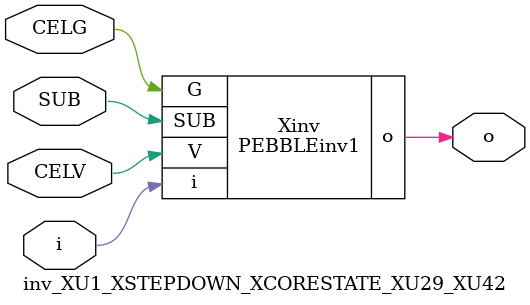
<source format=v>



module PEBBLEinv1 ( o, G, SUB, V, i );

  input V;
  input i;
  input G;
  output o;
  input SUB;
endmodule

//Celera Confidential Do Not Copy inv_XU1_XSTEPDOWN_XCORESTATE_XU29_XU42
//Celera Confidential Symbol Generator
//5V Inverter
module inv_XU1_XSTEPDOWN_XCORESTATE_XU29_XU42 (CELV,CELG,i,o,SUB);
input CELV;
input CELG;
input i;
input SUB;
output o;

//Celera Confidential Do Not Copy inv
PEBBLEinv1 Xinv(
.V (CELV),
.i (i),
.o (o),
.SUB (SUB),
.G (CELG)
);
//,diesize,PEBBLEinv1

//Celera Confidential Do Not Copy Module End
//Celera Schematic Generator
endmodule

</source>
